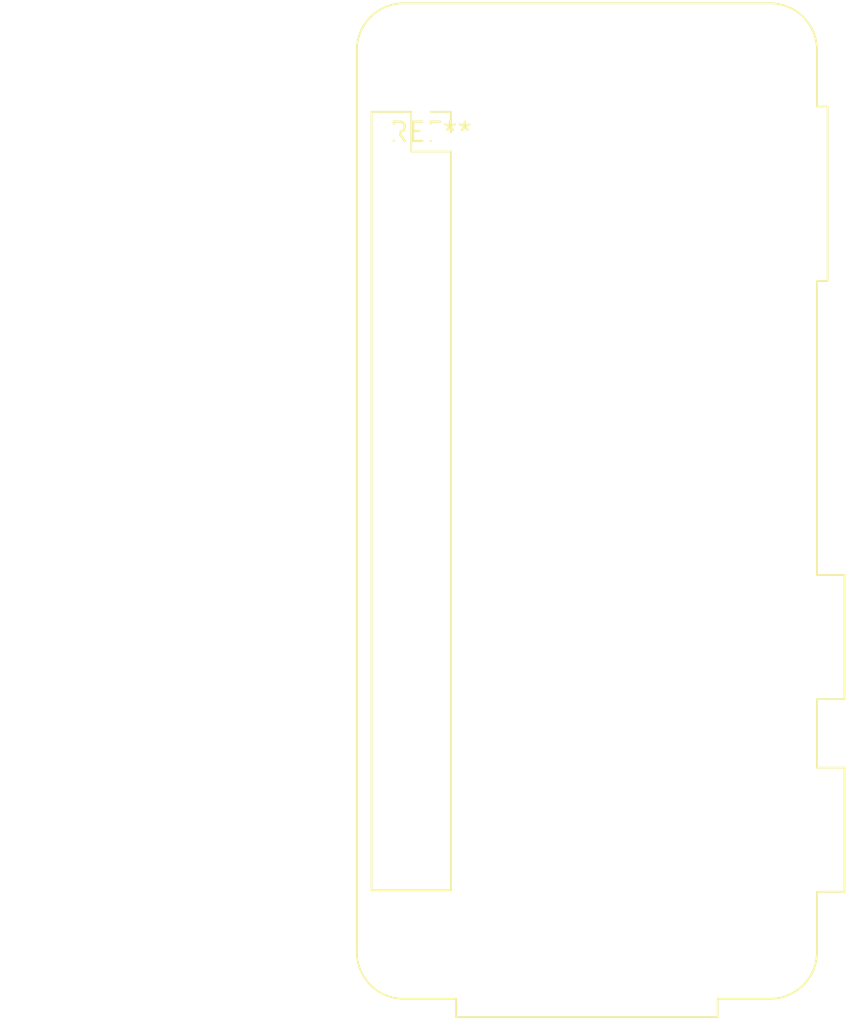
<source format=kicad_pcb>
(kicad_pcb (version 20240108) (generator pcbnew)
  (layers (0 "F.Cu" signal) (31 "B.Cu" signal) (34 "B.Paste" user) (35 "F.Paste" user) (36 "B.SilkS" user "B.Silkscreen") (37 "F.SilkS" user "F.Silkscreen") (38 "B.Mask" user) (39 "F.Mask" user) (44 "Edge.Cuts" user))
  (net 0 "")
  (footprint "Raspberry_Pi_Zero_Socketed_THT_FaceDown_MountingHoles" (layer "F.Cu") (at 0 0)
    (property "Reference" "REF**")
    (property "Value" "Raspberry_Pi_Zero_Socketed_THT_FaceDown_MountingHoles")
    (fp_line (start -4.83 53.63) (end -4.83 -5.37) (layer "F.SilkS") (stroke (width 0.12)))
    (fp_line (start -3.87 -1.33) (end -3.87 49.59) (layer "F.SilkS") (stroke (width 0.12)))
    (fp_line (start -3.87 -1.33) (end -1.27 -1.33) (layer "F.SilkS") (stroke (width 0.12)))
    (fp_line (start -3.87 49.59) (end 1.33 49.59) (layer "F.SilkS") (stroke (width 0.12)))
    (fp_line (start -1.77 -8.43) (end 22.23 -8.43) (layer "F.SilkS") (stroke (width 0.12)))
    (fp_line (start -1.27 -1.33) (end -1.27 1.27) (layer "F.SilkS") (stroke (width 0.12)))
    (fp_line (start -1.27 1.27) (end 1.33 1.27) (layer "F.SilkS") (stroke (width 0.12)))
    (fp_line (start 0 -1.33) (end 1.33 -1.33) (layer "F.SilkS") (stroke (width 0.12)))
    (fp_line (start 1.33 -1.33) (end 1.33 0) (layer "F.SilkS") (stroke (width 0.12)))
    (fp_line (start 1.33 1.27) (end 1.33 49.59) (layer "F.SilkS") (stroke (width 0.12)))
    (fp_line (start 1.67 56.69) (end -1.77 56.69) (layer "F.SilkS") (stroke (width 0.12)))
    (fp_line (start 1.67 56.69) (end 1.67 57.89) (layer "F.SilkS") (stroke (width 0.12)))
    (fp_line (start 1.67 57.89) (end 18.79 57.89) (layer "F.SilkS") (stroke (width 0.12)))
    (fp_line (start 18.79 56.69) (end 22.23 56.69) (layer "F.SilkS") (stroke (width 0.12)))
    (fp_line (start 18.79 57.89) (end 18.79 56.69) (layer "F.SilkS") (stroke (width 0.12)))
    (fp_line (start 25.29 -1.68) (end 25.29 -5.37) (layer "F.SilkS") (stroke (width 0.12)))
    (fp_line (start 25.29 9.74) (end 25.99 9.74) (layer "F.SilkS") (stroke (width 0.12)))
    (fp_line (start 25.29 28.97) (end 25.29 9.74) (layer "F.SilkS") (stroke (width 0.12)))
    (fp_line (start 25.29 37.09) (end 27.09 37.09) (layer "F.SilkS") (stroke (width 0.12)))
    (fp_line (start 25.29 41.57) (end 25.29 37.09) (layer "F.SilkS") (stroke (width 0.12)))
    (fp_line (start 25.29 49.69) (end 27.09 49.69) (layer "F.SilkS") (stroke (width 0.12)))
    (fp_line (start 25.29 53.63) (end 25.29 49.69) (layer "F.SilkS") (stroke (width 0.12)))
    (fp_line (start 25.99 -1.68) (end 25.29 -1.68) (layer "F.SilkS") (stroke (width 0.12)))
    (fp_line (start 25.99 9.74) (end 25.99 -1.68) (layer "F.SilkS") (stroke (width 0.12)))
    (fp_line (start 27.09 28.97) (end 25.29 28.97) (layer "F.SilkS") (stroke (width 0.12)))
    (fp_line (start 27.09 37.09) (end 27.09 28.97) (layer "F.SilkS") (stroke (width 0.12)))
    (fp_line (start 27.09 41.57) (end 25.29 41.57) (layer "F.SilkS") (stroke (width 0.12)))
    (fp_line (start 27.09 49.69) (end 27.09 41.57) (layer "F.SilkS") (stroke (width 0.12)))
    (fp_arc (start -4.83 -5.37) (mid -3.933747 -7.533747) (end -1.77 -8.43) (layer "F.SilkS") (stroke (width 0.12)))
    (fp_arc (start -1.77 56.69) (mid -3.933747 55.793747) (end -4.83 53.63) (layer "F.SilkS") (stroke (width 0.12)))
    (fp_arc (start 22.23 -8.43) (mid 24.393747 -7.533747) (end 25.29 -5.37) (layer "F.SilkS") (stroke (width 0.12)))
    (fp_arc (start 25.29 53.63) (mid 24.393747 55.793747) (end 22.23 56.69) (layer "F.SilkS") (stroke (width 0.12)))
    (pad "" np_thru_hole circle (at -1.27 -4.87 90) (size 2.75 2.75) (drill 2.75) (layers *.Cu *.Mask))
    (pad "" np_thru_hole circle (at -1.27 53.13 90) (size 2.75 2.75) (drill 2.75) (layers *.Cu *.Mask))
    (pad "" np_thru_hole circle (at 21.73 -4.87 90) (size 2.75 2.75) (drill 2.75) (layers *.Cu *.Mask))
    (pad "" np_thru_hole circle (at 21.73 53.13 90) (size 2.75 2.75) (drill 2.75) (layers *.Cu *.Mask))
    (pad "1" thru_hole rect (at 0 0) (size 1.7 1.7) (drill 1) (layers *.Cu *.Mask) (remove_unused_layers))
    (pad "2" thru_hole oval (at -2.54 0) (size 1.7 1.7) (drill 1) (layers *.Cu *.Mask) (remove_unused_layers))
    (pad "3" thru_hole oval (at 0 2.54) (size 1.7 1.7) (drill 1) (layers *.Cu *.Mask) (remove_unused_layers))
    (pad "4" thru_hole oval (at -2.54 2.54) (size 1.7 1.7) (drill 1) (layers *.Cu *.Mask) (remove_unused_layers))
    (pad "5" thru_hole oval (at 0 5.08) (size 1.7 1.7) (drill 1) (layers *.Cu *.Mask) (remove_unused_layers))
    (pad "6" thru_hole oval (at -2.54 5.08) (size 1.7 1.7) (drill 1) (layers *.Cu *.Mask) (remove_unused_layers))
    (pad "7" thru_hole oval (at 0 7.62) (size 1.7 1.7) (drill 1) (layers *.Cu *.Mask) (remove_unused_layers))
    (pad "8" thru_hole oval (at -2.54 7.62) (size 1.7 1.7) (drill 1) (layers *.Cu *.Mask) (remove_unused_layers))
    (pad "9" thru_hole oval (at 0 10.16) (size 1.7 1.7) (drill 1) (layers *.Cu *.Mask) (remove_unused_layers))
    (pad "10" thru_hole oval (at -2.54 10.16) (size 1.7 1.7) (drill 1) (layers *.Cu *.Mask) (remove_unused_layers))
    (pad "11" thru_hole oval (at 0 12.7) (size 1.7 1.7) (drill 1) (layers *.Cu *.Mask) (remove_unused_layers))
    (pad "12" thru_hole oval (at -2.54 12.7) (size 1.7 1.7) (drill 1) (layers *.Cu *.Mask) (remove_unused_layers))
    (pad "13" thru_hole oval (at 0 15.24) (size 1.7 1.7) (drill 1) (layers *.Cu *.Mask) (remove_unused_layers))
    (pad "14" thru_hole oval (at -2.54 15.24) (size 1.7 1.7) (drill 1) (layers *.Cu *.Mask) (remove_unused_layers))
    (pad "15" thru_hole oval (at 0 17.78) (size 1.7 1.7) (drill 1) (layers *.Cu *.Mask) (remove_unused_layers))
    (pad "16" thru_hole oval (at -2.54 17.78) (size 1.7 1.7) (drill 1) (layers *.Cu *.Mask) (remove_unused_layers))
    (pad "17" thru_hole oval (at 0 20.32) (size 1.7 1.7) (drill 1) (layers *.Cu *.Mask) (remove_unused_layers))
    (pad "18" thru_hole oval (at -2.54 20.32) (size 1.7 1.7) (drill 1) (layers *.Cu *.Mask) (remove_unused_layers))
    (pad "19" thru_hole oval (at 0 22.86) (size 1.7 1.7) (drill 1) (layers *.Cu *.Mask) (remove_unused_layers))
    (pad "20" thru_hole oval (at -2.54 22.86) (size 1.7 1.7) (drill 1) (layers *.Cu *.Mask) (remove_unused_layers))
    (pad "21" thru_hole oval (at 0 25.4) (size 1.7 1.7) (drill 1) (layers *.Cu *.Mask) (remove_unused_layers))
    (pad "22" thru_hole oval (at -2.54 25.4) (size 1.7 1.7) (drill 1) (layers *.Cu *.Mask) (remove_unused_layers))
    (pad "23" thru_hole oval (at 0 27.94) (size 1.7 1.7) (drill 1) (layers *.Cu *.Mask) (remove_unused_layers))
    (pad "24" thru_hole oval (at -2.54 27.94) (size 1.7 1.7) (drill 1) (layers *.Cu *.Mask) (remove_unused_layers))
    (pad "25" thru_hole oval (at 0 30.48) (size 1.7 1.7) (drill 1) (layers *.Cu *.Mask) (remove_unused_layers))
    (pad "26" thru_hole oval (at -2.54 30.48) (size 1.7 1.7) (drill 1) (layers *.Cu *.Mask) (remove_unused_layers))
    (pad "27" thru_hole oval (at 0 33.02) (size 1.7 1.7) (drill 1) (layers *.Cu *.Mask) (remove_unused_layers))
    (pad "28" thru_hole oval (at -2.54 33.02) (size 1.7 1.7) (drill 1) (layers *.Cu *.Mask) (remove_unused_layers))
    (pad "29" thru_hole oval (at 0 35.56) (size 1.7 1.7) (drill 1) (layers *.Cu *.Mask) (remove_unused_layers))
    (pad "30" thru_hole oval (at -2.54 35.56) (size 1.7 1.7) (drill 1) (layers *.Cu *.Mask) (remove_unused_layers))
    (pad "31" thru_hole oval (at 0 38.1) (size 1.7 1.7) (drill 1) (layers *.Cu *.Mask) (remove_unused_layers))
    (pad "32" thru_hole oval (at -2.54 38.1) (size 1.7 1.7) (drill 1) (layers *.Cu *.Mask) (remove_unused_layers))
    (pad "33" thru_hole oval (at 0 40.64) (size 1.7 1.7) (drill 1) (layers *.Cu *.Mask) (remove_unused_layers))
    (pad "34" thru_hole oval (at -2.54 40.64) (size 1.7 1.7) (drill 1) (layers *.Cu *.Mask) (remove_unused_layers))
    (pad "35" thru_hole oval (at 0 43.18) (size 1.7 1.7) (drill 1) (layers *.Cu *.Mask) (remove_unused_layers))
    (pad "36" thru_hole oval (at -2.54 43.18) (size 1.7 1.7) (drill 1) (layers *.Cu *.Mask) (remove_unused_layers))
    (pad "37" thru_hole oval (at 0 45.72) (size 1.7 1.7) (drill 1) (layers *.Cu *.Mask) (remove_unused_layers))
    (pad "38" thru_hole oval (at -2.54 45.72) (size 1.7 1.7) (drill 1) (layers *.Cu *.Mask) (remove_unused_layers))
    (pad "39" thru_hole oval (at 0 48.26) (size 1.7 1.7) (drill 1) (layers *.Cu *.Mask) (remove_unused_layers))
    (pad "40" thru_hole oval (at -2.54 48.26) (size 1.7 1.7) (drill 1) (layers *.Cu *.Mask) (remove_unused_layers))
  )
)
</source>
